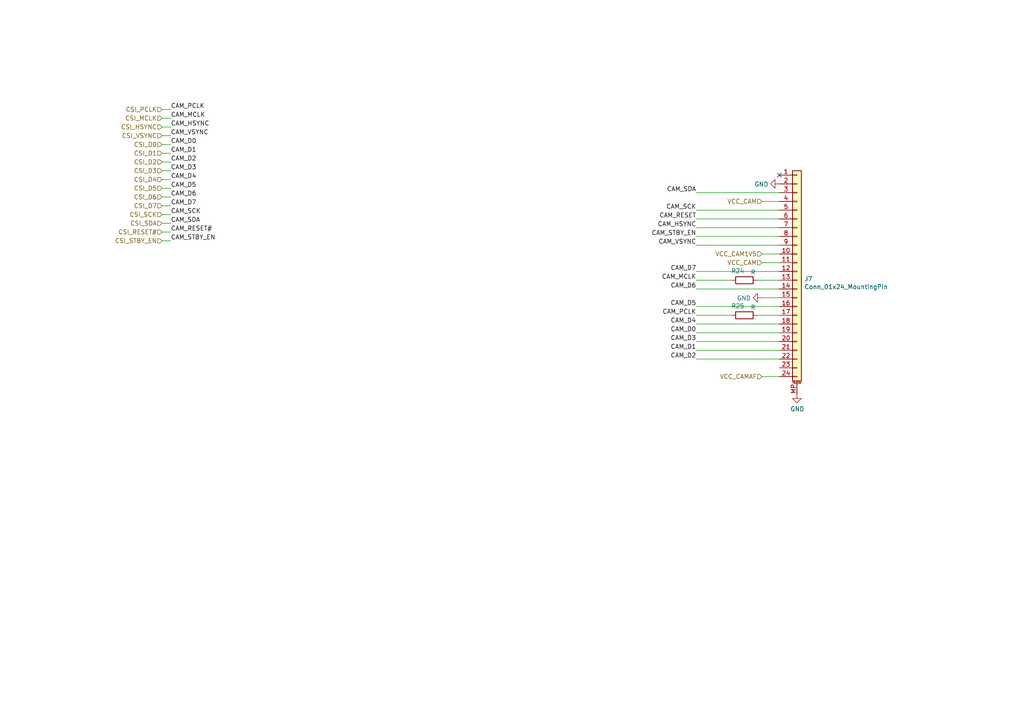
<source format=kicad_sch>
(kicad_sch (version 20210406) (generator eeschema)
  (paper "A4")
  (lib_symbols
    (symbol "Connector_Generic_MountingPin:Conn_01x24_MountingPin" (pin_names (offset 1.016) hide)
      (property "Reference" "J" (at 0 30.48 0))
      (property "Value" "Conn_01x24_MountingPin" (at 1.27 -33.02 0))
      (symbol "Conn_01x24_MountingPin_1_1"
        (text "Mounting" (at 0 -32.131 0) (effects (font (size 0.381 0.381))))
        (rectangle (start -1.27 -30.353) (end 0 -30.607) (stroke (width 0.1524)))
        (rectangle (start -1.27 -27.813) (end 0 -28.067) (stroke (width 0.1524)))
        (rectangle (start -1.27 -25.273) (end 0 -25.527) (stroke (width 0.1524)))
        (rectangle (start -1.27 -22.733) (end 0 -22.987) (stroke (width 0.1524)))
        (rectangle (start -1.27 -20.193) (end 0 -20.447) (stroke (width 0.1524)))
        (rectangle (start -1.27 -17.653) (end 0 -17.907) (stroke (width 0.1524)))
        (rectangle (start -1.27 -15.113) (end 0 -15.367) (stroke (width 0.1524)))
        (rectangle (start -1.27 -12.573) (end 0 -12.827) (stroke (width 0.1524)))
        (rectangle (start -1.27 -10.033) (end 0 -10.287) (stroke (width 0.1524)))
        (rectangle (start -1.27 -7.493) (end 0 -7.747) (stroke (width 0.1524)))
        (rectangle (start -1.27 -4.953) (end 0 -5.207) (stroke (width 0.1524)))
        (rectangle (start -1.27 -2.413) (end 0 -2.667) (stroke (width 0.1524)))
        (rectangle (start -1.27 0.127) (end 0 -0.127) (stroke (width 0.1524)))
        (rectangle (start -1.27 2.667) (end 0 2.413) (stroke (width 0.1524)))
        (rectangle (start -1.27 5.207) (end 0 4.953) (stroke (width 0.1524)))
        (rectangle (start -1.27 7.747) (end 0 7.493) (stroke (width 0.1524)))
        (rectangle (start -1.27 10.287) (end 0 10.033) (stroke (width 0.1524)))
        (rectangle (start -1.27 12.827) (end 0 12.573) (stroke (width 0.1524)))
        (rectangle (start -1.27 15.367) (end 0 15.113) (stroke (width 0.1524)))
        (rectangle (start -1.27 17.907) (end 0 17.653) (stroke (width 0.1524)))
        (rectangle (start -1.27 20.447) (end 0 20.193) (stroke (width 0.1524)))
        (rectangle (start -1.27 22.987) (end 0 22.733) (stroke (width 0.1524)))
        (rectangle (start -1.27 25.527) (end 0 25.273) (stroke (width 0.1524)))
        (rectangle (start -1.27 28.067) (end 0 27.813) (stroke (width 0.1524)))
        (rectangle (start -1.27 29.21) (end 1.27 -31.75) (stroke (width 0.254)) (fill (type background)))
        (polyline (pts (xy -1.016 -32.512) (xy 1.016 -32.512)) (stroke (width 0.1524)))
        (pin passive line (at -5.08 27.94 0) (length 3.81) (name "Pin_1") (number "1"))
        (pin passive line (at -5.08 5.08 0) (length 3.81) (name "Pin_10") (number "10"))
        (pin passive line (at -5.08 2.54 0) (length 3.81) (name "Pin_11") (number "11"))
        (pin passive line (at -5.08 0 0) (length 3.81) (name "Pin_12") (number "12"))
        (pin passive line (at -5.08 -2.54 0) (length 3.81) (name "Pin_13") (number "13"))
        (pin passive line (at -5.08 -5.08 0) (length 3.81) (name "Pin_14") (number "14"))
        (pin passive line (at -5.08 -7.62 0) (length 3.81) (name "Pin_15") (number "15"))
        (pin passive line (at -5.08 -10.16 0) (length 3.81) (name "Pin_16") (number "16"))
        (pin passive line (at -5.08 -12.7 0) (length 3.81) (name "Pin_17") (number "17"))
        (pin passive line (at -5.08 -15.24 0) (length 3.81) (name "Pin_18") (number "18"))
        (pin passive line (at -5.08 -17.78 0) (length 3.81) (name "Pin_19") (number "19"))
        (pin passive line (at -5.08 25.4 0) (length 3.81) (name "Pin_2") (number "2"))
        (pin passive line (at -5.08 -20.32 0) (length 3.81) (name "Pin_20") (number "20"))
        (pin passive line (at -5.08 -22.86 0) (length 3.81) (name "Pin_21") (number "21"))
        (pin passive line (at -5.08 -25.4 0) (length 3.81) (name "Pin_22") (number "22"))
        (pin passive line (at -5.08 -27.94 0) (length 3.81) (name "Pin_23") (number "23"))
        (pin passive line (at -5.08 -30.48 0) (length 3.81) (name "Pin_24") (number "24"))
        (pin passive line (at -5.08 22.86 0) (length 3.81) (name "Pin_3") (number "3"))
        (pin passive line (at -5.08 20.32 0) (length 3.81) (name "Pin_4") (number "4"))
        (pin passive line (at -5.08 17.78 0) (length 3.81) (name "Pin_5") (number "5"))
        (pin passive line (at -5.08 15.24 0) (length 3.81) (name "Pin_6") (number "6"))
        (pin passive line (at -5.08 12.7 0) (length 3.81) (name "Pin_7") (number "7"))
        (pin passive line (at -5.08 10.16 0) (length 3.81) (name "Pin_8") (number "8"))
        (pin passive line (at -5.08 7.62 0) (length 3.81) (name "Pin_9") (number "9"))
        (pin passive line (at 0 -35.56 90) (length 3.048) (name "MountPin") (number "MP"))
      )
    )
    (symbol "Device:R" (pin_numbers hide) (pin_names (offset 0))
      (property "Reference" "R" (at 2.032 0 90))
      (property "Value" "R" (at 0 0 90))
      (symbol "R_0_1"
        (rectangle (start -1.016 -2.54) (end 1.016 2.54) (stroke (width 0.254)))
      )
      (symbol "R_1_1"
        (pin passive line (at 0 3.81 270) (length 1.27) (name "~") (number "1"))
        (pin passive line (at 0 -3.81 90) (length 1.27) (name "~") (number "2"))
      )
    )
    (symbol "power:GND" (power) (pin_names (offset 0))
      (property "Value" "GND" (at 0 -3.81 0))
      (symbol "GND_0_1"
        (polyline (pts (xy 0 0) (xy 0 -1.27) (xy 1.27 -1.27) (xy 0 -2.54) (xy -1.27 -1.27) (xy 0 -1.27)))
      )
      (symbol "GND_1_1"
        (pin power_in line (at 0 0 270) (length 0) hide (name "GND") (number "1"))
      )
    )
  )
  (no_connect (at 226.06 50.8))
  (wire (pts (xy 46.99 31.75) (xy 49.53 31.75)))
  (wire (pts (xy 46.99 34.29) (xy 49.53 34.29)))
  (wire (pts (xy 46.99 36.83) (xy 49.53 36.83)))
  (wire (pts (xy 46.99 39.37) (xy 49.53 39.37)))
  (wire (pts (xy 46.99 41.91) (xy 49.53 41.91)))
  (wire (pts (xy 46.99 44.45) (xy 49.53 44.45)))
  (wire (pts (xy 46.99 46.99) (xy 49.53 46.99)))
  (wire (pts (xy 46.99 49.53) (xy 49.53 49.53)))
  (wire (pts (xy 46.99 52.07) (xy 49.53 52.07)))
  (wire (pts (xy 46.99 54.61) (xy 49.53 54.61)))
  (wire (pts (xy 46.99 57.15) (xy 49.53 57.15)))
  (wire (pts (xy 46.99 59.69) (xy 49.53 59.69)))
  (wire (pts (xy 46.99 62.23) (xy 49.53 62.23)))
  (wire (pts (xy 46.99 64.77) (xy 49.53 64.77)))
  (wire (pts (xy 46.99 67.31) (xy 49.53 67.31)))
  (wire (pts (xy 46.99 69.85) (xy 49.53 69.85)))
  (wire (pts (xy 201.93 55.88) (xy 226.06 55.88)))
  (wire (pts (xy 201.93 60.96) (xy 226.06 60.96)))
  (wire (pts (xy 201.93 63.5) (xy 226.06 63.5)))
  (wire (pts (xy 201.93 66.04) (xy 226.06 66.04)))
  (wire (pts (xy 201.93 68.58) (xy 226.06 68.58)))
  (wire (pts (xy 201.93 71.12) (xy 226.06 71.12)))
  (wire (pts (xy 201.93 78.74) (xy 226.06 78.74)))
  (wire (pts (xy 201.93 81.28) (xy 212.09 81.28)))
  (wire (pts (xy 201.93 83.82) (xy 226.06 83.82)))
  (wire (pts (xy 201.93 88.9) (xy 226.06 88.9)))
  (wire (pts (xy 201.93 91.44) (xy 212.09 91.44)))
  (wire (pts (xy 201.93 93.98) (xy 226.06 93.98)))
  (wire (pts (xy 201.93 96.52) (xy 226.06 96.52)))
  (wire (pts (xy 201.93 99.06) (xy 226.06 99.06)))
  (wire (pts (xy 201.93 101.6) (xy 226.06 101.6)))
  (wire (pts (xy 201.93 104.14) (xy 226.06 104.14)))
  (wire (pts (xy 219.71 81.28) (xy 226.06 81.28)))
  (wire (pts (xy 219.71 91.44) (xy 226.06 91.44)))
  (wire (pts (xy 220.98 58.42) (xy 226.06 58.42)))
  (wire (pts (xy 220.98 73.66) (xy 226.06 73.66)))
  (wire (pts (xy 220.98 76.2) (xy 226.06 76.2)))
  (wire (pts (xy 220.98 86.36) (xy 226.06 86.36)))
  (wire (pts (xy 220.98 109.22) (xy 226.06 109.22)))
  (label "CAM_PCLK" (at 49.53 31.75 0))
  (label "CAM_MCLK" (at 49.53 34.29 0))
  (label "CAM_HSYNC" (at 49.53 36.83 0))
  (label "CAM_VSYNC" (at 49.53 39.37 0))
  (label "CAM_D0" (at 49.53 41.91 0))
  (label "CAM_D1" (at 49.53 44.45 0))
  (label "CAM_D2" (at 49.53 46.99 0))
  (label "CAM_D3" (at 49.53 49.53 0))
  (label "CAM_D4" (at 49.53 52.07 0))
  (label "CAM_D5" (at 49.53 54.61 0))
  (label "CAM_D6" (at 49.53 57.15 0))
  (label "CAM_D7" (at 49.53 59.69 0))
  (label "CAM_SCK" (at 49.53 62.23 0))
  (label "CAM_SDA" (at 49.53 64.77 0))
  (label "CAM_RESET#" (at 49.53 67.31 0))
  (label "CAM_STBY_EN" (at 49.53 69.85 0))
  (label "CAM_SDA" (at 201.93 55.88 180))
  (label "CAM_SCK" (at 201.93 60.96 180))
  (label "CAM_RESET" (at 201.93 63.5 180))
  (label "CAM_HSYNC" (at 201.93 66.04 180))
  (label "CAM_STBY_EN" (at 201.93 68.58 180))
  (label "CAM_VSYNC" (at 201.93 71.12 180))
  (label "CAM_D7" (at 201.93 78.74 180))
  (label "CAM_MCLK" (at 201.93 81.28 180))
  (label "CAM_D6" (at 201.93 83.82 180))
  (label "CAM_D5" (at 201.93 88.9 180))
  (label "CAM_PCLK" (at 201.93 91.44 180))
  (label "CAM_D4" (at 201.93 93.98 180))
  (label "CAM_D0" (at 201.93 96.52 180))
  (label "CAM_D3" (at 201.93 99.06 180))
  (label "CAM_D1" (at 201.93 101.6 180))
  (label "CAM_D2" (at 201.93 104.14 180))
  (hierarchical_label "CSI_PCLK" (shape input) (at 46.99 31.75 180))
  (hierarchical_label "CSI_MCLK" (shape input) (at 46.99 34.29 180))
  (hierarchical_label "CSI_HSYNC" (shape input) (at 46.99 36.83 180))
  (hierarchical_label "CSI_VSYNC" (shape input) (at 46.99 39.37 180))
  (hierarchical_label "CSI_D0" (shape input) (at 46.99 41.91 180))
  (hierarchical_label "CSI_D1" (shape input) (at 46.99 44.45 180))
  (hierarchical_label "CSI_D2" (shape input) (at 46.99 46.99 180))
  (hierarchical_label "CSI_D3" (shape input) (at 46.99 49.53 180))
  (hierarchical_label "CSI_D4" (shape input) (at 46.99 52.07 180))
  (hierarchical_label "CSI_D5" (shape input) (at 46.99 54.61 180))
  (hierarchical_label "CSI_D6" (shape input) (at 46.99 57.15 180))
  (hierarchical_label "CSI_D7" (shape input) (at 46.99 59.69 180))
  (hierarchical_label "CSI_SCK" (shape input) (at 46.99 62.23 180))
  (hierarchical_label "CSI_SDA" (shape input) (at 46.99 64.77 180))
  (hierarchical_label "CSI_RESET#" (shape input) (at 46.99 67.31 180))
  (hierarchical_label "CSI_STBY_EN" (shape input) (at 46.99 69.85 180))
  (hierarchical_label "VCC_CAM" (shape input) (at 220.98 58.42 180))
  (hierarchical_label "VCC_CAM1V5" (shape input) (at 220.98 73.66 180))
  (hierarchical_label "VCC_CAM" (shape input) (at 220.98 76.2 180))
  (hierarchical_label "VCC_CAMAF" (shape input) (at 220.98 109.22 180))
  (symbol (lib_id "power:GND") (at 220.98 86.36 270) (unit 1)
    (property "Reference" "#PWR0170" (effects hide))
    (property "Value" "GND" (at 217.805 86.4743 90) (effects (justify right)))
  )
  (symbol (lib_id "power:GND") (at 226.06 53.34 270) (unit 1)
    (property "Reference" "#PWR0171" (effects hide))
    (property "Value" "GND" (at 222.885 53.4543 90) (effects (justify right)))
  )
  (symbol (lib_id "power:GND") (at 231.14 114.3 0) (unit 1)
    (property "Reference" "#PWR0172" (effects hide))
    (property "Value" "GND" (at 231.2543 118.6244 0))
  )
  (symbol (lib_id "Device:R") (at 215.9 81.28 90) (unit 1)
    (property "Reference" "R24" (at 213.995 78.5938 90))
    (property "Value" "R" (at 218.44 78.9875 90))
    (property "Footprint" "Resistor_SMD:R_0402_1005Metric" (effects hide))
  )
  (symbol (lib_id "Device:R") (at 215.9 91.44 90) (unit 1)
    (property "Reference" "R25" (at 213.995 88.7538 90))
    (property "Value" "R" (at 218.44 89.1475 90))
    (property "Footprint" "Resistor_SMD:R_0402_1005Metric" (effects hide))
  )
  (symbol (lib_id "Connector_Generic_MountingPin:Conn_01x24_MountingPin") (at 231.14 78.74 0) (unit 1)
    (property "Reference" "J7" (at 233.2737 80.8926 0) (effects (justify left)))
    (property "Value" "Conn_01x24_MountingPin" (at 233.2737 83.1913 0) (effects (justify left)))
    (property "Footprint" "Connector_FFC-FPC:Hirose_FH12-24S-0.5SH_1x24-1MP_P0.50mm_Horizontal" (effects hide))
  )
)
</source>
